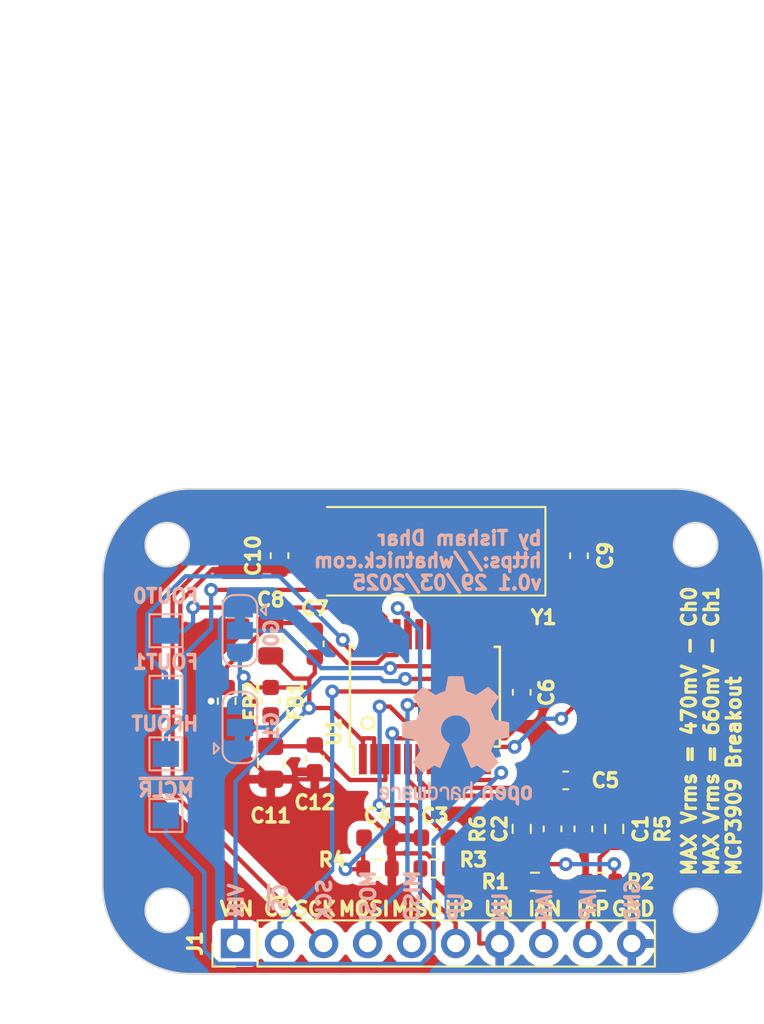
<source format=kicad_pcb>
(kicad_pcb (version 20221018) (generator pcbnew)
  (layers (0 "F.Cu" signal) (31 "B.Cu" signal) (34 "B.Paste" user) (35 "F.Paste" user) (36 "B.SilkS" user "B.Silkscreen") (37 "F.SilkS" user "F.Silkscreen") (38 "B.Mask" user) (39 "F.Mask" user) (44 "Edge.Cuts" user))
  (net 0 "")
  (net 1 "IAN")
  (net 2 "GND")
  (net 3 "IAP")
  (net 5 "UP")
  (net 6 "UN")
  (net 7 "Net-(U1-REFIN{slash}OUT)")
  (net 8 "GNDD")
  (net 9 "VIN")
  (net 10 "Net-(U1-OSC1)")
  (net 11 "Net-(U1-OSC2)")
  (net 12 "Net-(U1-AVDD)")
  (net 13 "UP_IN")
  (net 14 "IAN_IN")
  (net 16 "IAP_IN")
  (net 17 "G0")
  (net 18 "G1")
  (net 19 "FOUT0")
  (net 20 "FOUT1")
  (net 21 "HFOUT")
  (net 22 "~{MCLR}")
  (net 23 "SCK{slash}F2")
  (net 24 "MOSI{slash}F1")
  (net 25 "~{CS}{slash}F0")
  (net 26 "MISO{slash}NEG")
  (footprint "Capacitor_SMD:C_0603_1608Metric" (layer "F.Cu") (at 151.892 89.662 -90)
    (fp_text reference "C9" (at 0 -1.524 90) (layer "F.SilkS") (effects (font (size 0.8 0.8) (thickness 0.2))))
    (fp_text value "15p")
    (pad "1" smd roundrect (at -0.775 0 270) (size 0.9 0.95) (layers "F.Cu" "F.Paste" "F.Mask") (net 10 "Net-(U1-OSC1)"))
    (pad "2" smd roundrect (at 0.775 0 270) (size 0.9 0.95) (layers "F.Cu" "F.Paste" "F.Mask") (net 2 "GND"))
  )
  (footprint "Resistor_SMD:R_0603_1608Metric" (layer "F.Cu") (at 140.271 107.696 180)
    (fp_text reference "R4" (at 2.603 0.508) (layer "F.SilkS") (effects (font (size 0.8 0.8) (thickness 0.2))))
    (fp_text value "1k")
    (pad "1" smd roundrect (at -0.825 0 180) (size 0.8 0.95) (layers "F.Cu" "F.Paste" "F.Mask") (net 2 "GND"))
    (pad "2" smd roundrect (at 0.825 0 180) (size 0.8 0.95) (layers "F.Cu" "F.Paste" "F.Mask") (net 6 "UN"))
  )
  (footprint "Resistor_SMD:R_0603_1608Metric" (layer "F.Cu") (at 153.924 105.41 90)
    (fp_text reference "R5" (at 0 2.794 90) (layer "F.SilkS") (effects (font (size 0.8 0.8) (thickness 0.2))))
    (fp_text value "1k")
    (pad "1" smd roundrect (at -0.825 0 90) (size 0.8 0.95) (layers "F.Cu" "F.Paste" "F.Mask") (net 14 "IAN_IN"))
    (pad "2" smd roundrect (at 0.825 0 90) (size 0.8 0.95) (layers "F.Cu" "F.Paste" "F.Mask") (net 1 "IAN"))
  )
  (footprint "Capacitor_SMD:C_0805_2012Metric" (layer "F.Cu") (at 134.112 94.488 -90)
    (fp_text reference "C8" (at -2.286 0 -180) (layer "F.SilkS") (effects (font (size 0.8 0.8) (thickness 0.2))))
    (fp_text value "4.7u")
    (pad "1" smd roundrect (at -0.95 0 270) (size 1 1.45) (layers "F.Cu" "F.Paste" "F.Mask") (net 8 "GNDD"))
    (pad "2" smd roundrect (at 0.95 0 270) (size 1 1.45) (layers "F.Cu" "F.Paste" "F.Mask") (net 9 "VIN"))
  )
  (footprint "Resistor_SMD:R_0603_1608Metric" (layer "F.Cu") (at 149.352 108.458)
    (fp_text reference "R1" (at -2.286 0) (layer "F.SilkS") (effects (font (size 0.8 0.8) (thickness 0.2))))
    (fp_text value "2R2")
    (pad "1" smd roundrect (at -0.825 0) (size 0.8 0.95) (layers "F.Cu" "F.Paste" "F.Mask") (net 14 "IAN_IN"))
    (pad "2" smd roundrect (at 0.825 0) (size 0.8 0.95) (layers "F.Cu" "F.Paste" "F.Mask") (net 2 "GND"))
  )
  (footprint "Capacitor_SMD:C_0603_1608Metric" (layer "F.Cu") (at 136.652 94.742 -90)
    (fp_text reference "C7" (at -2.032 0 -180) (layer "F.SilkS") (effects (font (size 0.8 0.8) (thickness 0.2))))
    (fp_text value "100n")
    (pad "1" smd roundrect (at -0.775 0 270) (size 0.9 0.95) (layers "F.Cu" "F.Paste" "F.Mask") (net 8 "GNDD"))
    (pad "2" smd roundrect (at 0.775 0 270) (size 0.9 0.95) (layers "F.Cu" "F.Paste" "F.Mask") (net 9 "VIN"))
  )
  (footprint "Resistor_SMD:R_0603_1608Metric" (layer "F.Cu") (at 148.59 105.41 90)
    (fp_text reference "R6" (at 0 -2.54 90) (layer "F.SilkS") (effects (font (size 0.8 0.8) (thickness 0.2))))
    (fp_text value "1k")
    (pad "1" smd roundrect (at -0.825 0 90) (size 0.8 0.95) (layers "F.Cu" "F.Paste" "F.Mask") (net 16 "IAP_IN"))
    (pad "2" smd roundrect (at 0.825 0 90) (size 0.8 0.95) (layers "F.Cu" "F.Paste" "F.Mask") (net 3 "IAP"))
  )
  (footprint "Capacitor_SMD:C_0603_1608Metric" (layer "F.Cu") (at 134.62 89.662 -90)
    (fp_text reference "C10" (at 0 1.524 90) (layer "F.SilkS") (effects (font (size 0.8 0.8) (thickness 0.2))))
    (fp_text value "15p")
    (pad "1" smd roundrect (at -0.775 0 270) (size 0.9 0.95) (layers "F.Cu" "F.Paste" "F.Mask") (net 11 "Net-(U1-OSC2)"))
    (pad "2" smd roundrect (at 0.775 0 270) (size 0.9 0.95) (layers "F.Cu" "F.Paste" "F.Mask") (net 2 "GND"))
  )
  (footprint "Capacitor_SMD:C_0603_1608Metric" (layer "F.Cu") (at 151.13 102.616 180)
    (fp_text reference "C5" (at -2.286 0) (layer "F.SilkS") (effects (font (size 0.8 0.8) (thickness 0.2))))
    (fp_text value "100p")
    (pad "1" smd roundrect (at -0.775 0 180) (size 0.9 0.95) (layers "F.Cu" "F.Paste" "F.Mask") (net 1 "IAN"))
    (pad "2" smd roundrect (at 0.775 0 180) (size 0.9 0.95) (layers "F.Cu" "F.Paste" "F.Mask") (net 3 "IAP"))
  )
  (footprint "Capacitor_SMD:C_0805_2012Metric" (layer "F.Cu") (at 134.112 101.6 -90)
    (fp_text reference "C11" (at 3.048 0 -180) (layer "F.SilkS") (effects (font (size 0.8 0.8) (thickness 0.2))))
    (fp_text value "4.7u")
    (pad "1" smd roundrect (at -0.95 0 270) (size 1 1.45) (layers "F.Cu" "F.Paste" "F.Mask") (net 12 "Net-(U1-AVDD)"))
    (pad "2" smd roundrect (at 0.95 0 270) (size 1 1.45) (layers "F.Cu" "F.Paste" "F.Mask") (net 2 "GND"))
  )
  (footprint "Capacitor_SMD:C_0603_1608Metric" (layer "F.Cu") (at 143.573 105.918 180)
    (fp_text reference "C3" (at 0 1.27) (layer "F.SilkS") (effects (font (size 0.8 0.8) (thickness 0.2))))
    (fp_text value "33n")
    (pad "1" smd roundrect (at -0.775 0 180) (size 0.9 0.95) (layers "F.Cu" "F.Paste" "F.Mask") (net 5 "UP"))
    (pad "2" smd roundrect (at 0.775 0 180) (size 0.9 0.95) (layers "F.Cu" "F.Paste" "F.Mask") (net 2 "GND"))
  )
  (footprint "Connector_PinHeader_2.54mm:PinHeader_1x10_P2.54mm_Vertical" (layer "F.Cu") (at 132.08 112.014 90)
    (fp_text reference "J1" (at 0 -2.33 90) (layer "F.SilkS") (effects (font (size 0.8 0.8) (thickness 0.2))))
    (fp_text value "Conn_01x10")
    (pad "1" thru_hole rect (at 0 0 90) (size 1.7 1.7) (drill 1) (layers "*.Cu" "*.Mask") (net 9 "VIN"))
    (pad "2" thru_hole oval (at 0 2.54 90) (size 1.7 1.7) (drill 1) (layers "*.Cu" "*.Mask") (net 25 "~{CS}{slash}F0"))
    (pad "3" thru_hole oval (at 0 5.08 90) (size 1.7 1.7) (drill 1) (layers "*.Cu" "*.Mask") (net 23 "SCK{slash}F2"))
    (pad "4" thru_hole oval (at 0 7.62 90) (size 1.7 1.7) (drill 1) (layers "*.Cu" "*.Mask") (net 24 "MOSI{slash}F1"))
    (pad "5" thru_hole oval (at 0 10.16 90) (size 1.7 1.7) (drill 1) (layers "*.Cu" "*.Mask") (net 26 "MISO{slash}NEG"))
    (pad "6" thru_hole oval (at 0 12.7 90) (size 1.7 1.7) (drill 1) (layers "*.Cu" "*.Mask") (net 13 "UP_IN"))
    (pad "7" thru_hole oval (at 0 15.24 90) (size 1.7 1.7) (drill 1) (layers "*.Cu" "*.Mask") (net 2 "GND"))
    (pad "8" thru_hole oval (at 0 17.78 90) (size 1.7 1.7) (drill 1) (layers "*.Cu" "*.Mask") (net 14 "IAN_IN"))
    (pad "9" thru_hole oval (at 0 20.32 90) (size 1.7 1.7) (drill 1) (layers "*.Cu" "*.Mask") (net 16 "IAP_IN"))
    (pad "10" thru_hole oval (at 0 22.86 90) (size 1.7 1.7) (drill 1) (layers "*.Cu" "*.Mask") (net 2 "GND"))
  )
  (footprint "Capacitor_SMD:C_0603_1608Metric" (layer "F.Cu") (at 148.59 97.536 -90)
    (fp_text reference "C6" (at 0 -1.43 90) (layer "F.SilkS") (effects (font (size 0.8 0.8) (thickness 0.2))))
    (fp_text value "100n")
    (pad "1" smd roundrect (at -0.775 0 270) (size 0.9 0.95) (layers "F.Cu" "F.Paste" "F.Mask") (net 7 "Net-(U1-REFIN{slash}OUT)"))
    (pad "2" smd roundrect (at 0.775 0 270) (size 0.9 0.95) (layers "F.Cu" "F.Paste" "F.Mask") (net 2 "GND"))
  )
  (footprint "Crystal:Crystal_SMD_HC49-SD" (layer "F.Cu") (at 143.256 89.408 180)
    (fp_text reference "Y1" (at -6.604 -3.81) (layer "F.SilkS") (effects (font (size 0.8 0.8) (thickness 0.2))))
    (fp_text value "Crystal_Small")
    (pad "1" smd rect (at -4.25 0 180) (size 4.5 2) (layers "F.Cu" "F.Paste" "F.Mask") (net 10 "Net-(U1-OSC1)"))
    (pad "2" smd rect (at 4.25 0 180) (size 4.5 2) (layers "F.Cu" "F.Paste" "F.Mask") (net 11 "Net-(U1-OSC2)"))
  )
  (footprint "Resistor_SMD:R_0603_1608Metric" (layer "F.Cu") (at 143.573 107.696)
    (fp_text reference "R3" (at 2.223 -0.508) (layer "F.SilkS") (effects (font (size 0.8 0.8) (thickness 0.2))))
    (fp_text value "1k")
    (pad "1" smd roundrect (at -0.825 0) (size 0.8 0.95) (layers "F.Cu" "F.Paste" "F.Mask") (net 13 "UP_IN"))
    (pad "2" smd roundrect (at 0.825 0) (size 0.8 0.95) (layers "F.Cu" "F.Paste" "F.Mask") (net 5 "UP"))
  )
  (footprint "Inductor_SMD:L_0603_1608Metric" (layer "F.Cu") (at 134.112 98.044 -90)
    (fp_text reference "FB1" (at 0 -1.43 90) (layer "F.SilkS") (effects (font (size 0.8 0.8) (thickness 0.2))))
    (fp_text value "FerriteBead_Small")
    (pad "1" smd roundrect (at -0.7875 0 270) (size 0.875 0.95) (layers "F.Cu" "F.Paste" "F.Mask") (net 9 "VIN"))
    (pad "2" smd roundrect (at 0.7875 0 270) (size 0.875 0.95) (layers "F.Cu" "F.Paste" "F.Mask") (net 12 "Net-(U1-AVDD)"))
  )
  (footprint "Capacitor_SMD:C_0603_1608Metric" (layer "F.Cu") (at 152.146 105.41 -90)
    (fp_text reference "C1" (at 0 -3.302 90) (layer "F.SilkS") (effects (font (size 0.8 0.8) (thickness 0.2))))
    (fp_text value "33n")
    (pad "1" smd roundrect (at -0.775 0 270) (size 0.9 0.95) (layers "F.Cu" "F.Paste" "F.Mask") (net 1 "IAN"))
    (pad "2" smd roundrect (at 0.775 0 270) (size 0.9 0.95) (layers "F.Cu" "F.Paste" "F.Mask") (net 2 "GND"))
  )
  (footprint "Capacitor_SMD:C_0603_1608Metric" (layer "F.Cu") (at 150.368 105.41 90)
    (fp_text reference "C2" (at 0 -3.048 90) (layer "F.SilkS") (effects (font (size 0.8 0.8) (thickness 0.2))))
    (fp_text value "33n")
    (pad "1" smd roundrect (at -0.775 0 90) (size 0.9 0.95) (layers "F.Cu" "F.Paste" "F.Mask") (net 2 "GND"))
    (pad "2" smd roundrect (at 0.775 0 90) (size 0.9 0.95) (layers "F.Cu" "F.Paste" "F.Mask") (net 3 "IAP"))
  )
  (footprint "Inductor_SMD:L_0603_1608Metric" (layer "F.Cu") (at 131.572 98.044 -90)
    (fp_text reference "FB2" (at 0 -1.43 90) (layer "F.SilkS") (effects (font (size 0.8 0.8) (thickness 0.2))))
    (fp_text value "FerriteBead_Small")
    (pad "1" smd roundrect (at -0.7875 0 270) (size 0.875 0.95) (layers "F.Cu" "F.Paste" "F.Mask") (net 8 "GNDD"))
    (pad "2" smd roundrect (at 0.7875 0 270) (size 0.875 0.95) (layers "F.Cu" "F.Paste" "F.Mask") (net 2 "GND"))
  )
  (footprint "Capacitor_SMD:C_0603_1608Metric" (layer "F.Cu") (at 140.271 105.918 180)
    (fp_text reference "C4" (at 0 1.27) (layer "F.SilkS") (effects (font (size 0.8 0.8) (thickness 0.2))))
    (fp_text value "33n")
    (pad "1" smd roundrect (at -0.775 0 180) (size 0.9 0.95) (layers "F.Cu" "F.Paste" "F.Mask") (net 2 "GND"))
    (pad "2" smd roundrect (at 0.775 0 180) (size 0.9 0.95) (layers "F.Cu" "F.Paste" "F.Mask") (net 6 "UN"))
  )
  (footprint "Package_SO:SSOP-24_5.3x8.2mm_P0.65mm" (layer "F.Cu") (at 143.002 97.79 90)
    (fp_text reference "U1" (at -2.032 -5.25 90) (layer "F.SilkS") (effects (font (size 0.8 0.8) (thickness 0.2))))
    (fp_text value "MCP3909")
    (pad "1" smd rect (at -3.6 -3.575 90) (size 1.75 0.45) (layers "F.Cu" "F.Paste" "F.Mask") (net 9 "VIN"))
    (pad "2" smd rect (at -3.6 -2.925 90) (size 1.75 0.45) (layers "F.Cu" "F.Paste" "F.Mask") (net 9 "VIN"))
    (pad "3" smd rect (at -3.6 -2.275 90) (size 1.75 0.45) (layers "F.Cu" "F.Paste" "F.Mask") (net 12 "Net-(U1-AVDD)"))
    (pad "4" smd rect (at -3.6 -1.625 90) (size 1.75 0.45) (layers "F.Cu" "F.Paste" "F.Mask"))
    (pad "5" smd rect (at -3.6 -0.975 90) (size 1.75 0.45) (layers "F.Cu" "F.Paste" "F.Mask") (net 3 "IAP"))
    (pad "6" smd rect (at -3.6 -0.325 90) (size 1.75 0.45) (layers "F.Cu" "F.Paste" "F.Mask") (net 1 "IAN"))
    (pad "7" smd rect (at -3.6 0.325 90) (size 1.75 0.45) (layers "F.Cu" "F.Paste" "F.Mask") (net 6 "UN"))
    (pad "8" smd rect (at -3.6 0.975 90) (size 1.75 0.45) (layers "F.Cu" "F.Paste" "F.Mask") (net 5 "UP"))
    (pad "9" smd rect (at -3.6 1.625 90) (size 1.75 0.45) (layers "F.Cu" "F.Paste" "F.Mask") (net 22 "~{MCLR}"))
    (pad "10" smd rect (at -3.6 2.275 90) (size 1.75 0.45) (layers "F.Cu" "F.Paste" "F.Mask") (net 7 "Net-(U1-REFIN{slash}OUT)"))
    (pad "11" smd rect (at -3.6 2.925 90) (size 1.75 0.45) (layers "F.Cu" "F.Paste" "F.Mask") (net 2 "GND"))
    (pad "12" smd rect (at -3.6 3.575 90) (size 1.75 0.45) (layers "F.Cu" "F.Paste" "F.Mask") (net 23 "SCK{slash}F2"))
    (pad "13" smd rect (at 3.6 3.575 90) (size 1.75 0.45) (layers "F.Cu" "F.Paste" "F.Mask") (net 24 "MOSI{slash}F1"))
    (pad "14" smd rect (at 3.6 2.925 90) (size 1.75 0.45) (layers "F.Cu" "F.Paste" "F.Mask") (net 25 "~{CS}{slash}F0"))
    (pad "15" smd rect (at 3.6 2.275 90) (size 1.75 0.45) (layers "F.Cu" "F.Paste" "F.Mask") (net 18 "G1"))
    (pad "16" smd rect (at 3.6 1.625 90) (size 1.75 0.45) (layers "F.Cu" "F.Paste" "F.Mask") (net 17 "G0"))
    (pad "17" smd rect (at 3.6 0.975 90) (size 1.75 0.45) (layers "F.Cu" "F.Paste" "F.Mask") (net 10 "Net-(U1-OSC1)"))
    (pad "18" smd rect (at 3.6 0.325 90) (size 1.75 0.45) (layers "F.Cu" "F.Paste" "F.Mask") (net 11 "Net-(U1-OSC2)"))
    (pad "19" smd rect (at 3.6 -0.325 90) (size 1.75 0.45) (layers "F.Cu" "F.Paste" "F.Mask"))
    (pad "20" smd rect (at 3.6 -0.975 90) (size 1.75 0.45) (layers "F.Cu" "F.Paste" "F.Mask") (net 26 "MISO{slash}NEG"))
    (pad "21" smd rect (at 3.6 -1.625 90) (size 1.75 0.45) (layers "F.Cu" "F.Paste" "F.Mask") (net 8 "GNDD"))
    (pad "22" smd rect (at 3.6 -2.275 90) (size 1.75 0.45) (layers "F.Cu" "F.Paste" "F.Mask") (net 21 "HFOUT"))
    (pad "23" smd rect (at 3.6 -2.925 90) (size 1.75 0.45) (layers "F.Cu" "F.Paste" "F.Mask") (net 20 "FOUT1"))
    (pad "24" smd rect (at 3.6 -3.575 90) (size 1.75 0.45) (layers "F.Cu" "F.Paste" "F.Mask") (net 19 "FOUT0"))
  )
  (footprint "Capacitor_SMD:C_0603_1608Metric" (layer "F.Cu") (at 136.652 101.346 -90)
    (fp_text reference "C12" (at 2.54 0 -180) (layer "F.SilkS") (effects (font (size 0.8 0.8) (thickness 0.2))))
    (fp_text value "100n")
    (pad "1" smd roundrect (at -0.775 0 270) (size 0.9 0.95) (layers "F.Cu" "F.Paste" "F.Mask") (net 12 "Net-(U1-AVDD)"))
    (pad "2" smd roundrect (at 0.775 0 270) (size 0.9 0.95) (layers "F.Cu" "F.Paste" "F.Mask") (net 2 "GND"))
  )
  (footprint "Resistor_SMD:R_0603_1608Metric" (layer "F.Cu") (at 153.162 108.458)
    (fp_text reference "R2" (at 2.286 0) (layer "F.SilkS") (effects (font (size 0.8 0.8) (thickness 0.2))))
    (fp_text value "2R2")
    (pad "1" smd roundrect (at -0.825 0) (size 0.8 0.95) (layers "F.Cu" "F.Paste" "F.Mask") (net 2 "GND"))
    (pad "2" smd roundrect (at 0.825 0) (size 0.8 0.95) (layers "F.Cu" "F.Paste" "F.Mask") (net 16 "IAP_IN"))
  )
  (footprint "TestPoint:TestPoint_Pad_1.5x1.5mm" (layer "B.Cu") (at 128.0687 104.636 180)
    (fp_text reference "TP4" hide)
    (fp_text value "TestPoint")
    (pad "1" smd rect (at 0 0 180) (size 1.5 1.5) (layers "B.Cu" "B.Mask") (net 22 "~{MCLR}"))
  )
  (footprint "TestPoint:TestPoint_Pad_1.5x1.5mm" (layer "B.Cu") (at 128.0687 93.986 180)
    (fp_text reference "TP1" hide)
    (fp_text value "TestPoint")
    (pad "1" smd rect (at 0 0 180) (size 1.5 1.5) (layers "B.Cu" "B.Mask") (net 19 "FOUT0"))
  )
  (footprint "Jumper:SolderJumper-3_P1.3mm_Bridged12_RoundedPad1.0x1.5mm" (layer "B.Cu") (at 132.334 93.98 -90)
    (fp_text reference "JP1" hide)
    (fp_text value "SolderJumper_3_Bridged12")
    (fp_poly (pts (xy -0.9 0.3) (xy -0.4 0.3) (xy -0.4 -0.3) (xy -0.9 -0.3)) (fill solid) (layer "B.Cu"))
    (pad "1" smd custom (at -1.3 0 270) (size 1 0.5) (layers "B.Cu" "B.Mask") (net 2 "GND") (options (clearance outline) (anchor rect)) (primitives (gr_circle (center 0 -0.25) (end 0.5 -0.25) (width 0) (fill yes)) (gr_circle (center 0 0.25) (end 0.5 0.25) (width 0) (fill yes)) (gr_poly (pts (xy 0.55 -0.75) (xy 0 -0.75) (xy 0 0.75) (xy 0.55 0.75)) (width 0) (fill yes))))
    (pad "2" smd rect (at 0 0 270) (size 1 1.5) (layers "B.Cu" "B.Mask") (net 17 "G0"))
    (pad "3" smd custom (at 1.3 0 270) (size 1 0.5) (layers "B.Cu" "B.Mask") (net 9 "VIN") (options (clearance outline) (anchor rect)) (primitives (gr_circle (center 0 -0.25) (end 0.5 -0.25) (width 0) (fill yes)) (gr_circle (center 0 0.25) (end 0.5 0.25) (width 0) (fill yes)) (gr_poly (pts (xy 0 -0.75) (xy -0.55 -0.75) (xy -0.55 0.75) (xy 0 0.75)) (width 0) (fill yes))))
  )
  (footprint "Symbol:OSHW-Logo2_9.8x8mm_SilkScreen" (layer "B.Cu") (at 144.78 100.33 180)
    (fp_text reference "SYM1" hide)
    (fp_text value "Logo_Open_Hardware_Small" hide)
  )
  (footprint "TestPoint:TestPoint_Pad_1.5x1.5mm" (layer "B.Cu") (at 128.0687 97.536 180)
    (fp_text reference "TP2" hide)
    (fp_text value "TestPoint")
    (pad "1" smd rect (at 0 0 180) (size 1.5 1.5) (layers "B.Cu" "B.Mask") (net 20 "FOUT1"))
  )
  (footprint "Jumper:SolderJumper-3_P1.3mm_Bridged12_RoundedPad1.0x1.5mm" (layer "B.Cu") (at 132.334 99.568 90)
    (fp_text reference "JP2" hide)
    (fp_text value "SolderJumper_3_Bridged12")
    (fp_poly (pts (xy -0.9 0.3) (xy -0.4 0.3) (xy -0.4 -0.3) (xy -0.9 -0.3)) (fill solid) (layer "B.Cu"))
    (pad "1" smd custom (at -1.3 0 90) (size 1 0.5) (layers "B.Cu" "B.Mask") (net 2 "GND") (options (clearance outline) (anchor rect)) (primitives (gr_circle (center 0 -0.25) (end 0.5 -0.25) (width 0) (fill yes)) (gr_circle (center 0 0.25) (end 0.5 0.25) (width 0) (fill yes)) (gr_poly (pts (xy 0.55 -0.75) (xy 0 -0.75) (xy 0 0.75) (xy 0.55 0.75)) (width 0) (fill yes))))
    (pad "2" smd rect (at 0 0 90) (size 1 1.5) (layers "B.Cu" "B.Mask") (net 18 "G1"))
    (pad "3" smd custom (at 1.3 0 90) (size 1 0.5) (layers "B.Cu" "B.Mask") (net 9 "VIN") (options (clearance outline) (anchor rect)) (primitives (gr_circle (center 0 -0.25) (end 0.5 -0.25) (width 0) (fill yes)) (gr_circle (center 0 0.25) (end 0.5 0.25) (width 0) (fill yes)) (gr_poly (pts (xy 0 -0.75) (xy -0.55 -0.75) (xy -0.55 0.75) (xy 0 0.75)) (width 0) (fill yes))))
  )
  (footprint "TestPoint:TestPoint_Pad_1.5x1.5mm" (layer "B.Cu") (at 128.0687 101.086 180)
    (fp_text reference "TP3" hide)
    (fp_text value "TestPoint")
    (pad "1" smd rect (at 0 0 180) (size 1.5 1.5) (layers "B.Cu" "B.Mask") (net 21 "HFOUT"))
  )
  (gr_circle (center 139.7 99.314) (end 139.954 99.568) (stroke (width 0.15)) (fill none) (layer "F.SilkS"))
  (gr_circle (center 158.623 110.109) (end 159.385 111.125) (stroke (width 0.1)) (fill none) (layer "Edge.Cuts"))
  (gr_circle (center 158.623 89.027) (end 159.385 90.043) (stroke (width 0.1)) (fill none) (layer "Edge.Cuts"))
  (gr_arc (start 129.503898 113.755898) (mid 125.911797 112.267999) (end 124.423898 108.675898) (stroke (width 0.1)) (layer "Edge.Cuts"))
  (gr_line (start 129.503898 85.815898) (end 157.443898 85.815898) (stroke (width 0.1)) (layer "Edge.Cuts"))
  (gr_circle (center 128.143 89.027) (end 129.413 89.027) (stroke (width 0.1)) (fill none) (layer "Edge.Cuts"))
  (gr_arc (start 157.443898 85.815898) (mid 161.036002 87.303794) (end 162.523898 90.895898) (stroke (width 0.1)) (layer "Edge.Cuts"))
  (gr_line (start 129.503898 113.755898) (end 157.443898 113.755898) (stroke (width 0.1)) (layer "Edge.Cuts"))
  (gr_line (start 124.423898 90.895898) (end 124.423898 108.675898) (stroke (width 0.1)) (layer "Edge.Cuts"))
  (gr_circle (center 128.143 110.109) (end 128.905 111.125) (stroke (width 0.1)) (fill none) (layer "Edge.Cuts"))
  (gr_arc (start 162.523898 108.675898) (mid 161.036001 112.268001) (end 157.443898 113.755898) (stroke (width 0.1)) (layer "Edge.Cuts"))
  (gr_arc (start 124.423898 90.895898) (mid 125.911796 87.303796) (end 129.503898 85.815898) (stroke (width 0.1)) (layer "Edge.Cuts"))
  (gr_line (start 162.523898 90.895898) (end 162.523898 108.675898) (stroke (width 0.1)) (layer "Edge.Cuts"))
  (gr_text "G1" (at 134.62 98.552 90) (layer "B.SilkS") (effects (font (size 0.8 0.8) (thickness 0.2) bold) (justify left bottom mirror)))
  (gr_text "MOSI" (at 140.208 107.696 90) (layer "B.SilkS") (effects (font (size 0.8 0.8) (thickness 0.2) bold) (justify left bottom mirror)))
  (gr_text "G0" (at 134.62 93.218 90) (layer "B.SilkS") (effects (font (size 0.8 0.8) (thickness 0.2) bold) (justify left bottom mirror)))
  (gr_text "UP" (at 145.288 108.966 90) (layer "B.SilkS") (effects (font (size 0.8 0.8) (thickness 0.2) bold) (justify left bottom mirror)))
  (gr_text "~{MCLR}" (at 129.794 103.632) (layer "B.SilkS") (effects (font (size 0.8 0.8) (thickness 0.2) bold) (justify left bottom mirror)))
  (gr_text "by Tisham Dhar\nhttps://whatnick.com\nv0.1 29/03/2025" (at 149.86 91.694) (layer "B.SilkS") (effects (font (size 0.8 0.8) (thickness 0.2) bold) (justify left bottom mirror)))
  (gr_text "SCK" (at 137.668 108.204 90) (layer "B.SilkS") (effects (font (size 0.8 0.8) (thickness 0.2) bold) (justify left bottom mirror)))
  (gr_text "MISO" (at 142.748 107.696 90) (layer "B.SilkS") (effects (font (size 0.8 0.8) (thickness 0.2) bold) (justify left bottom mirror)))
  (gr_text "FOUT1" (at 130.048 96.266) (layer "B.SilkS") (effects (font (size 0.8 0.8) (thickness 0.2) bold) (justify left bottom mirror)))
  (gr_text "IAN" (at 150.368 108.712 90) (layer "B.SilkS") (effects (font (size 0.8 0.8) (thickness 0.2) bold) (justify left bottom mirror)))
  (gr_text "GND" (at 155.448 108.204 90) (layer "B.SilkS") (effects (font (size 0.8 0.8) (thickness 0.2) bold) (justify left bottom mirror)))
  (gr_text "VIN" (at 132.588 108.458 90) (layer "B.SilkS") (effects (font (size 0.8 0.8) (thickness 0.2) bold) (justify left bottom mirror)))
  (gr_text "~{CS}" (at 135.128 108.458 90) (layer "B.SilkS") (effects (font (size 0.8 0.8) (thickness 0.2) bold) (justify left bottom mirror)))
  (gr_text "FOUT0" (at 130.048 92.456) (layer "B.SilkS") (effects (font (size 0.8 0.8) (thickness 0.2) bold) (justify left bottom mirror)))
  (gr_text "UN" (at 147.828 108.966 90) (layer "B.SilkS") (effects (font (size 0.8 0.8) (thickness 0.2) bold) (justify left bottom mirror)))
  (gr_text "HFOUT" (at 130.048 99.822) (layer "B.SilkS") (effects (font (size 0.8 0.8) (thickness 0.2) bold) (justify left bottom mirror)))
  (gr_text "IAP" (at 152.908 108.712 90) (layer "B.SilkS") (effects (font (size 0.8 0.8) (thickness 0.2) bold) (justify left bottom mirror)))
  (gr_text "UN" (at 146.304 110.49) (layer "F.SilkS") (effects (font (size 0.8 0.8) (thickness 0.2) bold) (justify left bottom)))
  (gr_text "MAX Vrms = 470mV - Ch0\nMAX Vrms = 660mV - Ch1\nMCP3909 Breakout" (at 161.29 108.204 90) (layer "F.SilkS") (effects (font (size 0.8 0.8) (thickness 0.2) bold) (justify left bottom)))
  (gr_text "SCK" (at 135.382 110.49) (layer "F.SilkS") (effects (font (size 0.8 0.8) (thickness 0.2) bold) (justify left bottom)))
  (gr_text "UP" (at 144.018 110.49) (layer "F.SilkS") (effects (font (size 0.8 0.8) (thickness 0.2) bold) (justify left bottom)))
  (gr_text "MISO" (at 140.97 110.49) (layer "F.SilkS") (effects (font (size 0.8 0.8) (thickness 0.2) bold) (justify left bottom)))
  (gr_text "MOSI" (at 137.922 110.49) (layer "F.SilkS") (effects (font (size 0.8 0.8) (thickness 0.2) bold) (justify left bottom)))
  (gr_text "IAP" (at 151.638 110.49) (layer "F.SilkS") (effects (font (size 0.8 0.8) (thickness 0.2) bold) (justify left bottom)))
  (gr_text "VIN" (at 131.064 110.49) (layer "F.SilkS") (effects (font (size 0.8 0.8) (thickness 0.2) bold) (justify left bottom)))
  (gr_text "IAN" (at 148.844 110.49) (layer "F.SilkS") (effects (font (size 0.8 0.8) (thickness 0.2) bold) (justify left bottom)))
  (gr_text "GND" (at 153.67 110.49) (layer "F.SilkS") (effects (font (size 0.8 0.8) (thickness 0.2) bold) (justify left bottom)))
  (gr_text "~{CS}" (at 133.604 110.49) (layer "F.SilkS") (effects (font (size 0.8 0.8) (thickness 0.2) bold) (justify left bottom)))
  (segment (start 148.0516 103.0438) (end 149.3149 101.7805) (width 0.25) (layer "F.Cu") (net 1))
  (segment (start 142.677 102.5919) (end 143.1289 103.0438) (width 0.25) (layer "F.Cu") (net 1))
  (segment (start 152.146 104.635) (end 153.874 104.635) (width 0.25) (layer "F.Cu") (net 1))
  (segment (start 153.874 104.635) (end 153.924 104.585) (width 0.25) (layer "F.Cu") (net 1))
  (segment (start 142.677 101.39) (end 142.677 102.5919) (width 0.25) (layer "F.Cu") (net 1))
  (segment (start 152.146 104.635) (end 152.146 102.857) (width 0.25) (layer "F.Cu") (net 1))
  (segment (start 152.146 102.857) (end 151.905 102.616) (width 0.25) (layer "F.Cu") (net 1))
  (segment (start 143.1289 103.0438) (end 148.0516 103.0438) (width 0.25) (layer "F.Cu") (net 1))
  (segment (start 151.0695 101.7805) (end 151.905 102.616) (width 0.25) (layer "F.Cu") (net 1))
  (segment (start 149.3149 101.7805) (end 151.0695 101.7805) (width 0.25) (layer "F.Cu") (net 1))
  (segment (start 152.337 106.376) (end 152.337 108.458) (width 0.25) (layer "F.Cu") (net 2))
  (segment (start 128.8991 92.3033) (end 128.8991 96.1586) (width 0.25) (layer "F.Cu") (net 2))
  (segment (start 148.59 98.311) (end 148.59 99.2495) (width 0.25) (layer "F.Cu") (net 2))
  (segment (start 152.146 106.185) (end 150.368 106.185) (width 0.25) (layer "F.Cu") (net 2))
  (segment (start 152.921 105.41) (end 154.3917 105.41) (width 0.25) (layer "F.Cu") (net 2))
  (segment (start 154.94 105.9583) (end 154.94 112.014) (width 0.25) (layer "F.Cu") (net 2))
  (segment (start 141.046 105.918) (end 137.678 102.55) (width 0.25) (layer "F.Cu") (net 2))
  (segment (start 148.59 99.2495) (end 149.8106 99.2495) (width 0.25) (layer "F.Cu") (net 2))
  (segment (start 152.146 106.185) (end 152.921 105.41) (width 0.25) (layer "F.Cu") (net 2))
  (segment (start 149.8106 99.2495) (end 154.7866 104.2255) (width 0.25) (layer "F.Cu") (net 2))
  (segment (start 143.4757 108.2967) (end 146.1431 110.9641) (width 0.25) (layer "F.Cu") (net 2))
  (segment (start 147.6514 100.1881) (end 148.59 99.2495) (width 0.25) (layer "F.Cu") (net 2))
  (segment (start 152.337 108.458) (end 150.177 108.458) (width 0.25) (layer "F.Cu") (net 2))
  (segment (start 141.096 105.918) (end 141.096 106.8203) (width 0.25) (layer "F.Cu") (net 2))
  (segment (start 152.146 106.185) (end 152.337 106.376) (width 0.25) (layer "F.Cu") (net 2))
  (segment (start 142.798 105.918) (end 141.096 105.918) (width 0.25) (layer "F.Cu") (net 2))
  (segment (start 145.927 101.39) (end 145.927 100.1881) (width 0.25) (layer "F.Cu") (net 2))
  (segment (start 151.892 90.437) (end 151.892 95.009) (width 0.25) (layer "F.Cu") (net 2))
  (segment (start 134.112 102.55) (end 131.572 100.01) (width 0.25) (layer "F.Cu") (net 2))
  (segment (start 154.3917 105.41) (end 154.94 105.9583) (width 0.25) (layer "F.Cu") (net 2))
  (segment (start 131.572 100.01) (end 131.572 98.8315) (width 0.25) (layer "F.Cu") (net 2))
  (segment (start 154.7866 104.2255) (end 154.7866 105.0151) (width 0.25) (layer "F.Cu") (net 2))
  (segment (start 145.927 100.1881) (end 147.6514 100.1881) (width 0.25) (layer "F.Cu") (net 2))
  (segment (start 147.1111 112.014) (end 147.32 112.014) (width 0.25) (layer "F.Cu") (net 2))
  (segment (start 143.4757 107.195) (end 143.4757 108.2967) (width 0.25) (layer "F.Cu") (net 2))
  (segment (start 141.096 106.8203) (end 143.101 106.8203) (width 0.25) (layer "F.Cu") (net 2))
  (segment (start 143.101 106.8203) (end 143.4757 107.195) (width 0.25) (layer "F.Cu") (net 2))
  (segment (start 130.731 97.9904) (end 130.6716 98.0498) (width 0.25) (layer "F.Cu") (net 2))
  (segment (start 130.7654 90.437) (end 128.8991 92.3033) (width 0.25) (layer "F.Cu") (net 2))
  (segment (start 154.7866 105.0151) (end 154.3917 105.41) (width 0.25) (layer "F.Cu") (net 2))
  (segment (start 137.678 102.55) (end 136.652 102.55) (width 0.25) (layer "F.Cu") (net 2))
  (segment (start 146.1431 110.9641) (end 146.1431 112.014) (width 0.25) (layer "F.Cu") (net 2))
  (segment (start 130.731 97.9904) (end 131.572 98.8315) (width 0.25) (layer "F.Cu") (net 2))
  (segment (start 141.096 106.8203) (end 141.096 107.696) (width 0.25) (layer "F.Cu") (net 2))
  (segment (start 136.652 102.55) (end 136.652 102.121) (width 0.25) (layer "F.Cu") (net 2))
  (segment (start 151.892 95.009) (end 148.59 98.311) (width 0.25) (layer "F.Cu") (net 2))
  (segment (start 128.8991 96.1586) (end 130.731 97.9904) (width 0.25) (layer "F.Cu") (net 2))
  (segment (start 141.096 105.918) (end 141.046 105.918) (width 0.25) (layer "F.Cu") (net 2))
  (segment (start 134.112 102.55) (end 136.652 102.55) (width 0.25) (layer "F.Cu") (net 2))
  (segment (start 134.62 90.437) (end 130.7654 90.437) (width 0.25) (layer "F.Cu") (net 2))
  (segment (start 147.1111 112.014) (end 146.1431 112.014) (width 0.25) (layer "F.Cu") (net 2))
  (via (at 130.6716 98.0498) (size 0.8) (drill 0.4) (layers "F.Cu" "B.Cu") (net 2))
  (segment (start 131.1847 98.0498) (end 130.6716 98.0498) (width 0.25) (layer "B.Cu") (net 2))
  (segment (start 131.1847 100.1354) (end 131.9173 100.868) (width 0.25) (layer "B.Cu") (net 2))
  (segment (start 131.9173 100.868) (end 132.334 100.868) (width 0.25) (layer "B.Cu") (net 2))
  (segment (start 131.1847 93.3735) (end 131.8782 92.68) (width 0.25) (layer "B.Cu") (net 2))
  (segment (start 131.1847 98.0498) (end 131.1847 100.1354) (width 0.25) (layer "B.Cu") (net 2))
  (segment (start 131.1847 98.0498) (end 131.1847 93.3735) (width 0.25) (layer "B.Cu") (net 2))
  (segment (start 131.8782 92.68) (end 132.334 92.68) (width 0.25) (layer "B.Cu") (net 2))
  (segment (start 150.355 102.616) (end 150.355 103.4957) (width 0.25) (layer "F.Cu") (net 3))
  (segment (start 142.9291 103.4957) (end 150.355 103.4957) (width 0.25) (layer "F.Cu") (net 3))
  (segment (start 148.64 104.635) (end 148.59 104.585) (width 0.25) (layer "F.Cu") (net 3))
  (segment (start 150.355 104.622) (end 150.368 104.635) (width 0.25) (layer "F.Cu") (net 3))
  (segment (start 142.027 101.39) (end 142.027 102.5936) (width 0.25) (layer "F.Cu") (net 3))
  (segment (start 150.355 103.4957) (end 150.355 104.622) (width 0.25) (layer "F.Cu") (net 3))
  (segment (start 150.368 104.635) (end 148.64 104.635) (width 0.25) (layer "F.Cu") (net 3))
  (segment (start 142.027 102.5936) (end 142.9291 103.4957) (width 0.25) (layer "F.Cu") (net 3))
  (segment (start 143.977 101.39) (end 143.977 100.1881) (width 0.25) (layer "F.Cu") (net 5))
  (segment (start 140.3917 104.0385) (end 142.4685 104.0385) (width 0.25) (layer "F.Cu") (net 5))
  (segment (start 141.9161 99.2858) (end 140.9895 98.3592) (width 0.25) (layer "F.Cu") (net 5))
  (segment (start 142.4685 104.0385) (end 144.348 105.918) (width 0.25) (layer "F.Cu") (net 5))
  (segment (start 143.0747 99.2858) (end 141.9161 99.2858) (width 0.25) (layer "F.Cu") (net 5))
  (segment (start 140.9895 98.3592) (end 140.3917 98.3592) (width 0.25) (layer "F.Cu") (net 5))
  (segment (start 144.348 105.918) (end 144.398 105.968) (width 0.25) (layer "F.Cu") (net 5))
  (segment (start 144.398 105.968) (end 144.398 107.696) (width 0.25) (layer "F.Cu") (net 5))
  (segment (start 143.977 100.1881) (end 143.0747 99.2858) (width 0.25) (layer "F.Cu") (net 5))
  (via (at 140.3917 98.3592) (size 0.8) (drill 0.4) (layers "F.Cu" "B.Cu") (net 5))
  (via (at 140.3917 104.0385) (size 0.8) (drill 0.4) (layers "F.Cu" "B.Cu") (net 5))
  (segment (start 140.3917 104.0385) (end 140.3917 98.3592) (width 0.25) (layer "B.Cu") (net 5))
  (segment (start 139.446 107.696) (end 139.446 105.968) (width 0.25) (layer "F.Cu") (net 6))
  (segment (start 139.4069 107.7351) (end 138.4281 107.7351) (width 0.25) (layer "F.Cu") (net 6))
  (segment (start 143.327 101.39) (end 143.327 100.1881) (width 0.25) (layer "F.Cu") (net 6))
  (segment (start 139.446 105.968) (end 139.496 105.918) (width 0.25) (layer "F.Cu") (net 6))
  (segment (start 141.4009 100.1881) (end 141.1194 99.9066) (width 0.25) (layer "F.Cu") (net 6))
  (segment (start 143.327 100.1881) (end 141.4009 100.1881) (width 0.25) (layer "F.Cu") (net 6))
  (segment (start 139.446 107.696) (end 139.4069 107.7351) (width 0.25) (layer "F.Cu") (net 6))
  (via (at 141.1194 99.9066) (size 0.8) (drill 0.4) (layers "F.Cu" "B.Cu") (net 6))
  (via (at 138.4281 107.7351) (size 0.8) (drill 0.4) (layers "F.Cu" "B.Cu") (net 6))
  (segment (start 138.4281 107.7351) (end 141.1194 105.0438) (width 0.25) (layer "B.Cu") (net 6))
  (segment (start 141.1194 105.0438) (end 141.1194 99.9066) (width 0.25) (layer "B.Cu") (net 6))
  (segment (start 145.277 100.074) (end 148.59 96.761) (width 0.25) (layer "F.Cu") (net 7))
  (segment (start 145.277 101.39) (end 145.277 100.074) (width 0.25) (layer "F.Cu") (net 7))
  (segment (start 140.716 95.392) (end 140.716 95.3919) (width 0.25) (layer "F.Cu") (net 8))
  (segment (start 138.5288 95.8438) (end 140.2642 95.8438) (width 0.25) (layer "F.Cu") (net 8))
  (segment (start 134.112 93.538) (end 131.572 96.078) (width 0.25) (layer "F.Cu") (net 8))
  (segment (start 141.377 94.19) (end 141.377 95.3919) (width 0.25) (layer "F.Cu") (net 8))
  (segment (start 134.112 93.538) (end 136.223 93.538) (width 0.25) (layer "F.Cu") (net 8))
  (segment (start 136.223 93.538) (end 136.652 93.967) (width 0.25) (layer "F.Cu") (net 8))
  (segment (start 131.572 96.078) (end 131.572 97.2565) (width 0.25) (layer "F.Cu") (net 8))
  (segment (start 140.2642 95.8438) (end 140.716 95.392) (width 0.25) (layer "F.Cu") (net 8))
  (segment (start 140.716 95.3919) (end 141.377 95.3919) (width 0.25) (layer "F.Cu") (net 8))
  (segment (start 136.652 93.967) (end 138.5288 95.8438) (width 0.25) (layer "F.Cu") (net 8))
  (segment (start 139.427 100.3451) (end 137.5251 98.4432) (width 0.25) (layer "F.Cu") (net 9))
  (segment (start 136.652 96.4331) (end 136.3384 96.7467) (width 0.25) (layer "F.Cu") (net 9))
  (segment (start 136.3384 97.2565) (end 136.3384 98.4432) (width 0.25) (layer "F.Cu") (net 9))
  (segment (start 132.553769 96.65939) (end 133.150879 97.2565) (width 0.25) (layer "F.Cu") (net 9))
  (segment (start 139.427 101.39) (end 139.427 100.789) (width 0.25) (layer "F.Cu") (net 9))
  (segment (start 134.112 95.438) (end 135.4207 96.7467) (width 0.25) (layer "F.Cu") (net 9))
  (segment (start 136.3384 96.7467) (end 136.3384 97.2565) (width 0.25) (layer "F.Cu") (net 9))
  (segment (start 135.4207 96.7467) (end 136.3384 96.7467) (width 0.25) (layer "F.Cu") (net 9))
  (segment (start 139.427 100.3451) (end 139.427 100.1881) (width 0.25) (layer "F.Cu") (net 9))
  (segment (start 136.3384 98.4432) (end 136.3192 98.4432) (width 0.25) (layer "F.Cu") (net 9))
  (segment (start 137.5251 98.4432) (end 136.3384 98.4432) (width 0.25) (layer "F.Cu") (net 9))
  (segment (start 133.150879 97.2565) (end 134.112 97.2565) (width 0.25) (layer "F.Cu") (net 9))
  (segment (start 139.427 100.789) (end 139.427 100.3451) (width 0.25) (layer "F.Cu") (net 9))
  (segment (start 140.077 101.39) (end 140.077 100.1881) (width 0.25) (layer "F.Cu") (net 9))
  (segment (start 136.652 95.517) (end 136.652 96.4331) (width 0.25) (layer "F.Cu") (net 9))
  (segment (start 139.427 100.1881) (end 140.077 100.1881) (width 0.25) (layer "F.Cu") (net 9))
  (segment (start 136.3384 97.2565) (end 134.112 97.2565) (width 0.25) (layer "F.Cu") (net 9))
  (via (at 136.3192 98.4432) (size 0.8) (drill 0.4) (layers "F.Cu" "B.Cu") (net 9))
  (via (at 132.553769 96.65939) (size 0.8) (drill 0.4) (layers "F.Cu" "B.Cu") (net 9))
  (segment (start 132.553769 96.65939) (end 132.334 96.439621) (width 0.25) (layer "B.Cu") (net 9))
  (segment (start 132.553769 96.65939) (end 132.334 96.879159) (width 0.25) (layer "B.Cu") (net 9))
  (segment (start 132.08 102.6824) (end 136.3192 98.4432) (width 0.25) (layer "B.Cu") (net 9))
  (segment (start 132.08 112.014) (end 132.08 102.6824) (width 0.25) (layer "B.Cu") (net 9))
  (segment (start 132.334 96.439621) (end 132.334 95.28) (width 0.25) (layer "B.Cu") (net 9))
  (segment (start 132.334 96.879159) (end 132.334 98.268) (width 0.25) (layer "B.Cu") (net 9))
  (segment (start 150.6039 88.887) (end 150.0829 89.408) (width 0.25) (layer "F.Cu") (net 10))
  (segment (start 147.506 89.408) (end 147.506 90.7349) (width 0.25) (layer "F.Cu") (net 10))
  (segment (start 143.977 92.9881) (end 145.2528 92.9881) (width 0.25) (layer "F.Cu") (net 10))
  (segment (start 145.2528 92.9881) (end 147.506 90.7349) (width 0.25) (layer "F.Cu") (net 10))
  (segment (start 147.506 89.408) (end 150.0829 89.408) (width 0.25) (layer "F.Cu") (net 10))
  (segment (start 151.892 88.887) (end 150.6039 88.887) (width 0.25) (layer "F.Cu") (net 10))
  (segment (start 143.977 94.19) (end 143.977 92.9881) (width 0.25) (layer "F.Cu") (net 10))
  (segment (start 143.327 92.9881) (end 141.0738 90.7349) (width 0.25) (layer "F.Cu") (net 11))
  (segment (start 143.327 94.19) (end 143.327 92.9881) (width 0.25) (layer "F.Cu") (net 11))
  (segment (start 141.0738 90.7349) (end 139.006 90.7349) (width 0.25) (layer "F.Cu") (net 11))
  (segment (start 139.006 89.408) (end 136.4291 89.408) (width 0.25) (layer "F.Cu") (net 11))
  (segment (start 134.62 88.887) (end 135.9081 88.887) (width 0.25) (layer "F.Cu") (net 11))
  (segment (start 139.006 89.408) (end 139.006 90.7349) (width 0.25) (layer "F.Cu") (net 11))
  (segment (start 135.9081 88.887) (end 136.4291 89.408) (width 0.25) (layer "F.Cu") (net 11))
  (segment (start 140.727 101.39) (end 140.727 102.5919) (width 0.25) (layer "F.Cu") (net 12))
  (segment (start 140.727 102.5919) (end 138.6729 102.5919) (width 0.25) (layer "F.Cu") (net 12))
  (segment (start 136.573 100.65) (end 136.652 100.571) (width 0.25) (layer "F.Cu") (net 12))
  (segment (start 134.112 100.65) (end 136.573 100.65) (width 0.25) (layer "F.Cu") (net 12))
  (segment (start 134.112 100.65) (end 134.112 98.8315) (width 0.25) (layer "F.Cu") (net 12))
  (segment (start 138.6729 102.5919) (end 136.652 100.571) (width 0.25) (layer "F.Cu") (net 12))
  (segment (start 144.78 112.014) (end 144.78 110.8371) (width 0.25) (layer "F.Cu") (net 13))
  (segment (start 142.748 108.8051) (end 144.78 110.8371) (width 0.25) (layer "F.Cu") (net 13))
  (segment (start 142.748 107.696) (end 142.748 108.8051) (width 0.25) (layer "F.Cu") (net 13))
  (segment (start 149.86 112.014) (end 149.86 110.8371) (width 0.25) (layer "F.Cu") (net 14))
  (segment (start 153.0847 107.0743) (end 153.0847 108.9565) (width 0.25) (layer "F.Cu") (net 14))
  (segment (start 149.3297 109.2607) (end 148.527 108.458) (width 0.25) (layer "F.Cu") (net 14))
  (segment (start 153.0847 108.9565) (end 152.7805 109.2607) (width 0.25) (layer "F.Cu") (net 14))
  (segment (start 152.7805 109.2607) (end 149.86 109.2607) (width 0.25) (layer "F.Cu") (net 14))
  (segment (start 149.86 110.8371) (end 149.86 109.2607) (width 0.25) (layer "F.Cu") (net 14))
  (segment (start 153.924 106.235) (end 153.0847 107.0743) (width 0.25) (layer "F.Cu") (net 14))
  (segment (start 149.86 109.2607) (end 149.3297 109.2607) (width 0.25) (layer "F.Cu") (net 14))
  (segment (start 152.4 111.5389) (end 152.4 110.8371) (width 0.25) (layer "F.Cu") (net 16))
  (segment (start 152.4 110.8371) (end 153.987 109.2501) (width 0.25) (layer "F.Cu") (net 16))
  (segment (start 153.987 109.2501) (end 153.987 108.458) (width 0.25) (layer "F.Cu") (net 16))
  (segment (start 152.4 111.5389) (end 152.4 112.014) (width 0.25) (layer "F.Cu") (net 16))
  (segment (start 153.924 108.395) (end 153.987 108.458) (width 0.25) (layer "F.Cu") (net 16))
  (segment (start 149.797 107.442) (end 151.13 107.442) (width 0.25) (layer "F.Cu") (net 16))
  (segment (start 148.59 106.235) (end 149.797 107.442) (width 0.25) (layer "F.Cu") (net 16))
  (segment (start 153.924 107.442) (end 153.924 108.395) (width 0.25) (layer "F.Cu") (net 16))
  (via (at 153.924 107.442) (size 0.8) (drill 0.4) (layers "F.Cu" "B.Cu") (net 16))
  (via (at 151.13 107.442) (size 0.8) (drill 0.4) (layers "F.Cu" "B.Cu") (net 16))
  (segment (start 151.13 107.442) (end 153.924 107.442) (width 0.25) (layer "B.Cu") (net 16))
  (segment (start 144.627 95.3919) (end 143.9826 96.0363) (width 0.25) (layer "F.Cu") (net 17))
  (segment (start 143.9826 96.0363) (end 141.1116 96.0363) (width 0.25) (layer "F.Cu") (net 17))
  (segment (start 144.627 94.19) (end 144.627 95.3919) (width 0.25) (layer "F.Cu") (net 17))
  (segment (start 141.1116 96.0363) (end 141.0051 96.1428) (width 0.25) (layer "F.Cu") (net 17))
  (via (at 141.0051 96.1428) (size 0.8) (drill 0.4) (layers "F.Cu" "B.Cu") (net 17))
  (segment (start 137.0368 96.1428) (end 141.0051 96.1428) (width 0.25) (layer "B.Cu") (net 17))
  (segment (start 132.334 93.98) (end 134.874 93.98) (width 0.25) (layer "B.Cu") (net 17))
  (segment (start 134.874 93.98) (end 137.0368 96.1428) (width 0.25) (layer "B.Cu") (net 17))
  (segment (start 143.9188 96.7632) (end 141.8699 96.7632) (width 0.25) (layer "F.Cu") (net 18))
  (segment (start 145.277 94.19) (end 145.277 95.405) (width 0.25) (layer "F.Cu") (net 18))
  (segment (start 145.277 95.405) (end 143.9188 96.7632) (width 0.25) (layer "F.Cu") (net 18))
  (via (at 141.8699 96.7632) (size 0.8) (drill 0.4) (layers "F.Cu" "B.Cu") (net 18))
  (segment (start 141.7398 96.8933) (end 140.6109 96.8933) (width 0.25) (layer "B.Cu") (net 18))
  (segment (start 140.6109 96.8933) (end 140.4345 96.7169) (width 0.25) (layer "B.Cu") (net 18))
  (segment (start 140.4345 96.7169) (end 137.0176 96.7169) (width 0.25) (layer "B.Cu") (net 18))
  (segment (start 137.0176 96.7169) (end 134.1665 99.568) (width 0.25) (layer "B.Cu") (net 18))
  (segment (start 134.1665 99.568) (end 132.334 99.568) (width 0.25) (layer "B.Cu") (net 18))
  (segment (start 141.8699 96.7632) (end 141.7398 96.8933) (width 0.25) (layer "B.Cu") (net 18))
  (segment (start 139.0892 92.6503) (end 129.6313 92.6503) (width 0.25) (layer "F.Cu") (net 19))
  (segment (start 139.427 92.9881) (end 139.0892 92.6503) (width 0.25) (layer "F.Cu") (net 19))
  (segment (start 139.427 94.19) (end 139.427 92.9881) (width 0.25) (layer "F.Cu") (net 19))
  (via (at 129.6313 92.6503) (size 0.8) (drill 0.4) (layers "F.Cu" "B.Cu") (net 19))
  (segment (start 128.0687 93.986) (end 129.1456 93.986) (width 0.25) (layer "B.Cu") (net 19))
  (segment (start 129.6313 93.5003) (end 129.6313 92.6503) (width 0.25) (layer "B.Cu") (net 19))
  (segment (start 129.1456 93.986) (end 129.6313 93.5003) (width 0.25) (layer "B.Cu") (net 19))
  (segment (start 139.0129 95.3919) (end 138.2695 94.6485) (width 0.25) (layer "F.Cu") (net 20))
  (segment (start 140.077 95.3919) (end 139.0129 95.3919) (width 0.25) (layer "F.Cu") (net 20))
  (segment (start 140.077 94.19) (end 140.077 95.3919) (width 0.25) (layer "F.Cu") (net 20))
  (segment (start 138.2695 94.6485) (end 138.2695 94.5113) (width 0.25) (layer "F.Cu") (net 20))
  (via (at 138.2695 94.5113) (size 0.8) (drill 0.4) (layers "F.Cu" "B.Cu") (net 20))
  (segment (start 128.0687 96.4591) (end 126.9918 95.3822) (width 0.25) (layer "B.Cu") (net 20))
  (segment (start 128.0687 97.536) (end 128.0687 96.4591) (width 0.25) (layer "B.Cu") (net 20))
  (segment (start 126.9918 93.0445) (end 129.184 90.8523) (width 0.25) (layer "B.Cu") (net 20))
  (segment (start 129.184 90.8523) (end 134.6105 90.8523) (width 0.25) (layer "B.Cu") (net 20))
  (segment (start 134.6105 90.8523) (end 138.2695 94.5113) (width 0.25) (layer "B.Cu") (net 20))
  (segment (start 126.9918 95.3822) (end 126.9918 93.0445) (width 0.25) (layer "B.Cu") (net 20))
  (segment (start 140.727 93.226) (end 140.727 94.19) (width 0.25) (layer "F.Cu") (net 21))
  (segment (start 130.677 91.632) (end 139.133 91.632) (width 0.25) (layer "F.Cu") (net 21))
  (segment (start 139.133 91.632) (end 140.727 93.226) (width 0.25) (layer "F.Cu") (net 21))
  (via (at 130.677 91.632) (size 0.8) (drill 0.4) (layers "F.Cu" "B.Cu") (net 21))
  (segment (start 128.0687 101.086) (end 128.0687 100.0091) (width 0.25) (layer "B.Cu") (net 21))
  (segment (start 129.1456 95.3822) (end 130.677 93.8508) (width 0.25) (layer "B.Cu") (net 21))
  (segment (start 129.1456 98.9322) (end 129.1456 95.3822) (width 0.25) (layer "B.Cu") (net 21))
  (segment (start 128.0687 100.0091) (end 129.1456 98.9322) (width 0.25) (layer "B.Cu") (net 21))
  (segment (start 130.677 93.8508) (end 130.677 91.632) (width 0.25) (layer "B.Cu") (net 21))
  (segment (start 144.627 101.39) (end 144.627 102.5919) (width 0.25) (layer "F.Cu") (net 22))
  (segment (start 146.9884 102.5919) (end 147.4087 102.1716) (width 0.25) (layer "F.Cu") (net 22))
  (segment (start 144.627 102.5919) (end 146.9884 102.5919) (width 0.25) (layer "F.Cu") (net 22))
  (via (at 147.4087 102.1716) (size 0.8) (drill 0.4) (layers "F.Cu" "B.Cu") (net 22))
  (segment (start 128.0687 104.636) (end 128.0687 105.7129) (width 0.25) (layer "B.Cu") (net 22))
  (segment (start 131.0502 113.1909) (end 142.7827 113.1909) (width 0.25) (layer "B.Cu") (net 22))
  (segment (start 143.51 106.0703) (end 147.4087 102.1716) (width 0.25) (layer "B.Cu") (net 22))
  (segment (start 130.2837 112.4244) (end 131.0502 113.1909) (width 0.25) (layer "B.Cu") (net 22))
  (segment (start 142.7827 113.1909) (end 143.51 112.4636) (width 0.25) (layer "B.Cu") (net 22))
  (segment (start 130.2837 107.9279) (end 130.2837 112.4244) (width 0.25) (layer "B.Cu") (net 22))
  (segment (start 143.51 112.4636) (end 143.51 106.0703) (width 0.25) (layer "B.Cu") (net 22))
  (segment (start 128.0687 105.7129) (end 130.2837 107.9279) (width 0.25) (layer "B.Cu") (net 22))
  (segment (start 152.908 88.650183) (end 152.908 97.028) (width 0.25) (layer "F.Cu") (net 23))
  (segment (start 152.908 97.028) (end 150.876 99.06) (width 0.25) (layer "F.Cu") (net 23))
  (segment (start 128.4491 103.3031) (end 128.4491 92.0229) (width 0.25) (layer "F.Cu") (net 23))
  (segment (start 128.4491 92.0229) (end 132.588 87.884) (width 0.25) (layer "F.Cu") (net 23))
  (segment (start 148.181049 100.683049) (end 147.283951 100.683049) (width 0.25) (layer "F.Cu") (net 23))
  (segment (start 147.283951 100.683049) (end 146.577 101.39) (width 0.25) (layer "F.Cu") (net 23))
  (segment (start 132.588 87.884) (end 152.141817 87.884) (width 0.25) (layer "F.Cu") (net 23))
  (segment (start 152.141817 87.884) (end 152.908 88.650183) (width 0.25) (layer "F.Cu") (net 23))
  (segment (start 137.16 112.014) (end 128.4491 103.3031) (width 0.25) (layer "F.Cu") (net 23))
  (via (at 148.181049 100.683049) (size 0.8) (drill 0.4) (layers "F.Cu" "B.Cu") (net 23))
  (via (at 150.876 99.06) (size 0.8) (drill 0.4) (layers "F.Cu" "B.Cu") (net 23))
  (segment (start 150.876 99.06) (end 149.804098 99.06) (width 0.25) (layer "B.Cu") (net 23))
  (segment (start 149.804098 99.06) (end 148.181049 100.683049) (width 0.25) (layer "B.Cu") (net 23))
  (segment (start 143.7895 98.2643) (end 146.577 95.4768) (width 0.25) (layer "F.Cu") (net 24))
  (segment (start 146.577 95.4768) (end 146.577 94.19) (width 0.25) (layer "F.Cu") (net 24))
  (segment (start 141.9996 98.2643) (end 143.7895 98.2643) (width 0.25) (layer "F.Cu") (net 24))
  (via (at 141.9996 98.2643) (size 0.8) (drill 0.4) (layers "F.Cu" "B.Cu") (net 24))
  (segment (start 139.7 110.8371) (end 141.9996 108.5375) (width 0.25) (layer "B.Cu") (net 24))
  (segment (start 139.7 112.014) (end 139.7 110.8371) (width 0.25) (layer "B.Cu") (net 24))
  (segment (start 141.9996 108.5375) (end 141.9996 98.2643) (width 0.25) (layer "B.Cu") (net 24))
  (segment (start 145.927 95.3919) (end 145.927 95.4718) (width 0.25) (layer "F.Cu") (net 25))
  (segment (start 143.9087 97.4901) (end 137.6579 97.4901) (width 0.25) (layer "F.Cu") (net 25))
  (segment (start 145.927 95.4718) (end 143.9087 97.4901) (width 0.25) (layer "F.Cu") (net 25))
  (segment (start 145.927 94.19) (end 145.927 95.3919) (width 0.25) (layer "F.Cu") (net 25))
  (via (at 137.6579 97.4901) (size 0.8) (drill 0.4) (layers "F.Cu" "B.Cu") (net 25))
  (segment (start 134.62 110.8371) (end 137.6579 107.7992) (width 0.25) (layer "B.Cu") (net 25))
  (segment (start 137.6579 107.7992) (end 137.6579 97.4901) (width 0.25) (layer "B.Cu") (net 25))
  (segment (start 134.62 112.014) (end 134.62 110.8371) (width 0.25) (layer "B.Cu") (net 25))
  (segment (start 142.027 94.19) (end 142.027 92.9881) (width 0.25) (layer "F.Cu") (net 26))
  (segment (start 141.7386 92.9881) (end 141.4364 92.6859) (width 0.25) (layer "F.Cu") (net 26))
  (segment (start 142.027 92.9881) (end 141.7386 92.9881) (width 0.25) (layer "F.Cu") (net 26))
  (via (at 141.4364 92.6859) (size 0.8) (drill 0.4) (layers "F.Cu" "B.Cu") (net 26))
  (segment (start 142.24 110.8371) (end 142.7269 110.3502) (width 0.25) (layer "B.Cu") (net 26))
  (segment (start 142.7269 110.3502) (end 142.7269 93.9764) (width 0.25) (layer "B.Cu") (net 26))
  (segment (start 142.7269 93.9764) (end 141.4364 92.6859) (width 0.25) (layer "B.Cu") (net 26))
  (segment (start 142.24 112.014) (end 142.24 110.8371) (width 0.25) (layer "B.Cu") (net 26))
  (zone (net 2) (net_name "GND") (layer "F.Cu") (connect_pads (clearance 0.5)) (min_thickness 0.25) (fill yes (thermal_gap 0.5) (thermal_bridge_width 0.5))
    (polygon (pts (xy 162.56 85.852) (xy 162.56 113.792) (xy 124.46 113.792) (xy 124.46 85.852)))
  )
  (zone (net 2) (net_name "GND") (layer "B.Cu") (connect_pads (clearance 0.5)) (min_thickness 0.25) (fill yes (thermal_gap 0.5) (thermal_bridge_width 0.5))
    (polygon (pts (xy 162.56 85.852) (xy 162.56 113.792) (xy 124.46 113.792) (xy 124.46 85.852)))
  )
)
</source>
